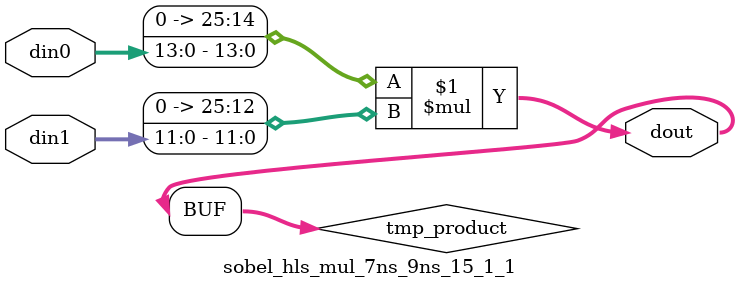
<source format=v>

`timescale 1 ns / 1 ps

  module sobel_hls_mul_7ns_9ns_15_1_1(din0, din1, dout);
parameter ID = 1;
parameter NUM_STAGE = 0;
parameter din0_WIDTH = 14;
parameter din1_WIDTH = 12;
parameter dout_WIDTH = 26;

input [din0_WIDTH - 1 : 0] din0; 
input [din1_WIDTH - 1 : 0] din1; 
output [dout_WIDTH - 1 : 0] dout;

wire signed [dout_WIDTH - 1 : 0] tmp_product;










assign tmp_product = $signed({1'b0, din0}) * $signed({1'b0, din1});











assign dout = tmp_product;







endmodule

</source>
